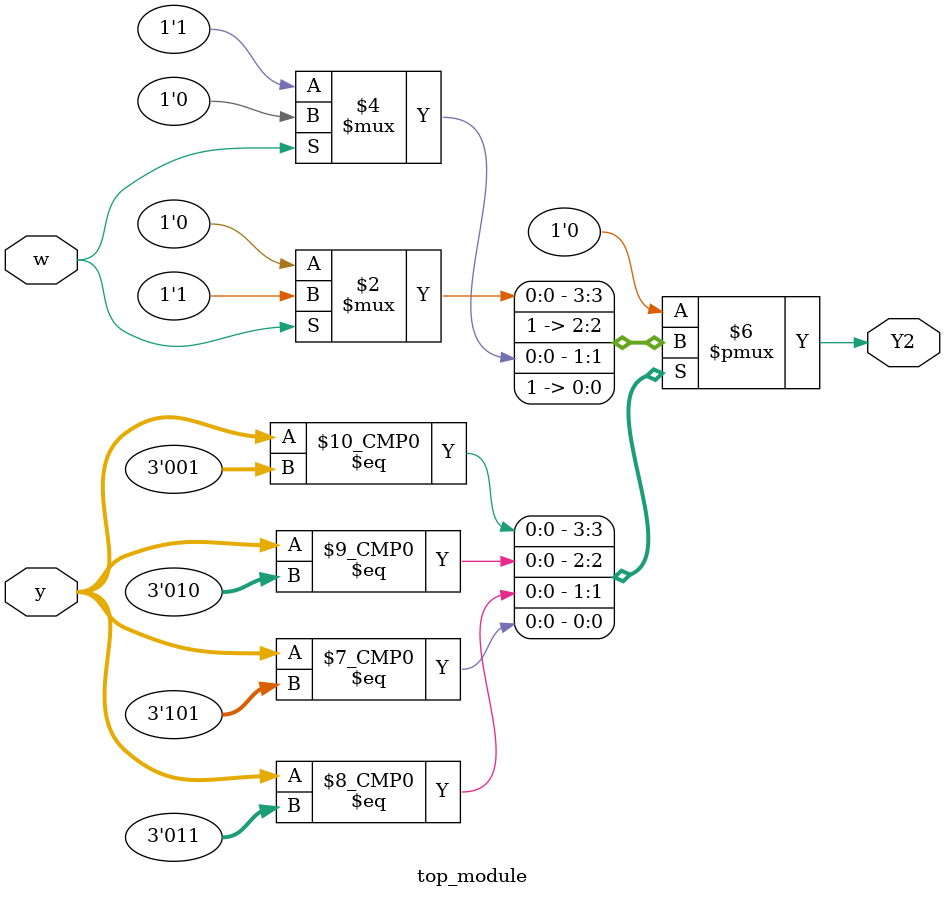
<source format=sv>
module top_module(
    input [3:1] y,
    input w,
    output reg Y2);

    always @(*) begin
        case (y)
            3'b000: Y2 = 1'b0; // State A
            3'b001: Y2 = w ? 1'b1 : 1'b0; // State B transitions to state D or C
            3'b010: Y2 = w ? 1'b1 : 1'b1; // State C transitions to state E or D
            3'b011: Y2 = w ? 1'b0 : 1'b1; // State D transitions to state F or A
            3'b100: Y2 = 1'b0; // State E
            3'b101: Y2 = 1'b1; // State F
            default: Y2 = 1'b0;
        endcase
    end

endmodule

</source>
